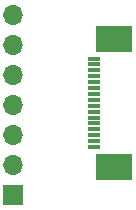
<source format=gbr>
%TF.GenerationSoftware,KiCad,Pcbnew,5.1.7-a382d34a8~88~ubuntu16.04.1*%
%TF.CreationDate,2022-04-02T16:43:33-04:00*%
%TF.ProjectId,eInkBreakout,65496e6b-4272-4656-916b-6f75742e6b69,rev?*%
%TF.SameCoordinates,Original*%
%TF.FileFunction,Soldermask,Top*%
%TF.FilePolarity,Negative*%
%FSLAX46Y46*%
G04 Gerber Fmt 4.6, Leading zero omitted, Abs format (unit mm)*
G04 Created by KiCad (PCBNEW 5.1.7-a382d34a8~88~ubuntu16.04.1) date 2022-04-02 16:43:33*
%MOMM*%
%LPD*%
G01*
G04 APERTURE LIST*
%ADD10R,3.100000X2.300000*%
%ADD11R,1.100000X0.300000*%
%ADD12R,1.700000X1.700000*%
%ADD13O,1.700000X1.700000*%
G04 APERTURE END LIST*
D10*
%TO.C,J2*%
X104150000Y-101380000D03*
X104150000Y-112220000D03*
D11*
X102450000Y-103050000D03*
X102450000Y-103550000D03*
X102450000Y-104050000D03*
X102450000Y-104550000D03*
X102450000Y-105050000D03*
X102450000Y-105550000D03*
X102450000Y-106050000D03*
X102450000Y-106550000D03*
X102450000Y-107050000D03*
X102450000Y-107550000D03*
X102450000Y-108050000D03*
X102450000Y-108550000D03*
X102450000Y-109050000D03*
X102450000Y-109550000D03*
X102450000Y-110050000D03*
X102450000Y-110550000D03*
%TD*%
D12*
%TO.C,J1*%
X95600000Y-114600000D03*
D13*
X95600000Y-112060000D03*
X95600000Y-109520000D03*
X95600000Y-106980000D03*
X95600000Y-104440000D03*
X95600000Y-101900000D03*
X95600000Y-99360000D03*
%TD*%
M02*

</source>
